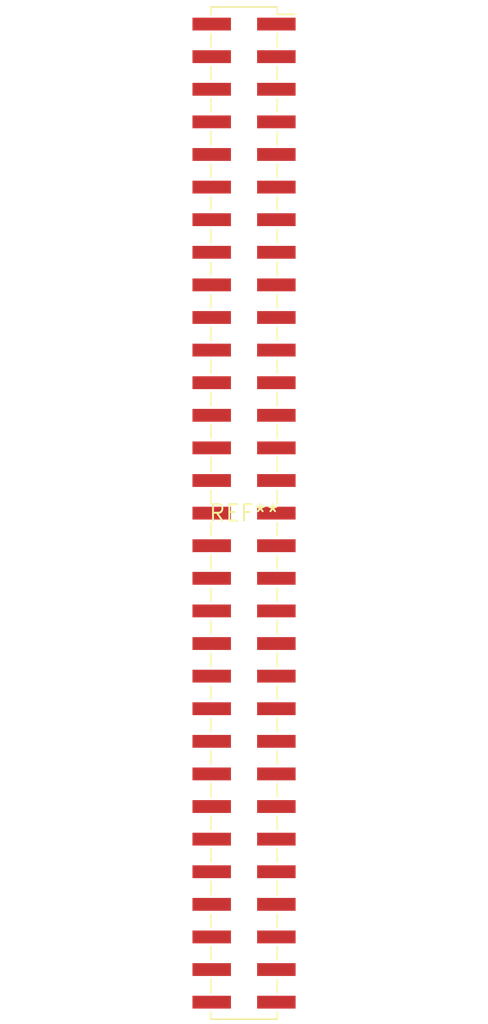
<source format=kicad_pcb>
(kicad_pcb (version 20240108) (generator pcbnew)
  (layers (0 "F.Cu" signal) (31 "B.Cu" signal) (34 "B.Paste" user) (35 "F.Paste" user) (36 "B.SilkS" user "B.Silkscreen") (37 "F.SilkS" user "F.Silkscreen") (38 "B.Mask" user) (39 "F.Mask" user) (44 "Edge.Cuts" user))
  (net 0 "")
  (footprint "PinSocket_2x31_P2.54mm_Vertical_SMD" (layer "F.Cu") (at 0 0)
    (property "Reference" "REF**")
    (property "Value" "PinSocket_2x31_P2.54mm_Vertical_SMD")
    (fp_line (start -2.6 -39.43) (end -2.6 -38.86) (layer "F.SilkS") (stroke (width 0.12)))
    (fp_line (start -2.6 -39.43) (end 2.6 -39.43) (layer "F.SilkS") (stroke (width 0.12)))
    (fp_line (start -2.6 -37.34) (end -2.6 -36.32) (layer "F.SilkS") (stroke (width 0.12)))
    (fp_line (start -2.6 -34.8) (end -2.6 -33.78) (layer "F.SilkS") (stroke (width 0.12)))
    (fp_line (start -2.6 -32.26) (end -2.6 -31.24) (layer "F.SilkS") (stroke (width 0.12)))
    (fp_line (start -2.6 -29.72) (end -2.6 -28.7) (layer "F.SilkS") (stroke (width 0.12)))
    (fp_line (start -2.6 -27.18) (end -2.6 -26.16) (layer "F.SilkS") (stroke (width 0.12)))
    (fp_line (start -2.6 -24.64) (end -2.6 -23.62) (layer "F.SilkS") (stroke (width 0.12)))
    (fp_line (start -2.6 -22.1) (end -2.6 -21.08) (layer "F.SilkS") (stroke (width 0.12)))
    (fp_line (start -2.6 -19.56) (end -2.6 -18.54) (layer "F.SilkS") (stroke (width 0.12)))
    (fp_line (start -2.6 -17.02) (end -2.6 -16) (layer "F.SilkS") (stroke (width 0.12)))
    (fp_line (start -2.6 -14.48) (end -2.6 -13.46) (layer "F.SilkS") (stroke (width 0.12)))
    (fp_line (start -2.6 -11.94) (end -2.6 -10.92) (layer "F.SilkS") (stroke (width 0.12)))
    (fp_line (start -2.6 -9.4) (end -2.6 -8.38) (layer "F.SilkS") (stroke (width 0.12)))
    (fp_line (start -2.6 -6.86) (end -2.6 -5.84) (layer "F.SilkS") (stroke (width 0.12)))
    (fp_line (start -2.6 -4.32) (end -2.6 -3.3) (layer "F.SilkS") (stroke (width 0.12)))
    (fp_line (start -2.6 -1.78) (end -2.6 -0.76) (layer "F.SilkS") (stroke (width 0.12)))
    (fp_line (start -2.6 0.76) (end -2.6 1.78) (layer "F.SilkS") (stroke (width 0.12)))
    (fp_line (start -2.6 3.3) (end -2.6 4.32) (layer "F.SilkS") (stroke (width 0.12)))
    (fp_line (start -2.6 5.84) (end -2.6 6.86) (layer "F.SilkS") (stroke (width 0.12)))
    (fp_line (start -2.6 8.38) (end -2.6 9.4) (layer "F.SilkS") (stroke (width 0.12)))
    (fp_line (start -2.6 10.92) (end -2.6 11.94) (layer "F.SilkS") (stroke (width 0.12)))
    (fp_line (start -2.6 13.46) (end -2.6 14.48) (layer "F.SilkS") (stroke (width 0.12)))
    (fp_line (start -2.6 16) (end -2.6 17.02) (layer "F.SilkS") (stroke (width 0.12)))
    (fp_line (start -2.6 18.54) (end -2.6 19.56) (layer "F.SilkS") (stroke (width 0.12)))
    (fp_line (start -2.6 21.08) (end -2.6 22.1) (layer "F.SilkS") (stroke (width 0.12)))
    (fp_line (start -2.6 23.62) (end -2.6 24.64) (layer "F.SilkS") (stroke (width 0.12)))
    (fp_line (start -2.6 26.16) (end -2.6 27.18) (layer "F.SilkS") (stroke (width 0.12)))
    (fp_line (start -2.6 28.7) (end -2.6 29.72) (layer "F.SilkS") (stroke (width 0.12)))
    (fp_line (start -2.6 31.24) (end -2.6 32.26) (layer "F.SilkS") (stroke (width 0.12)))
    (fp_line (start -2.6 33.78) (end -2.6 34.8) (layer "F.SilkS") (stroke (width 0.12)))
    (fp_line (start -2.6 36.32) (end -2.6 37.34) (layer "F.SilkS") (stroke (width 0.12)))
    (fp_line (start -2.6 38.86) (end -2.6 39.43) (layer "F.SilkS") (stroke (width 0.12)))
    (fp_line (start -2.6 39.43) (end 2.6 39.43) (layer "F.SilkS") (stroke (width 0.12)))
    (fp_line (start 2.6 -39.43) (end 2.6 -38.86) (layer "F.SilkS") (stroke (width 0.12)))
    (fp_line (start 2.6 -38.86) (end 3.96 -38.86) (layer "F.SilkS") (stroke (width 0.12)))
    (fp_line (start 2.6 -37.34) (end 2.6 -36.32) (layer "F.SilkS") (stroke (width 0.12)))
    (fp_line (start 2.6 -34.8) (end 2.6 -33.78) (layer "F.SilkS") (stroke (width 0.12)))
    (fp_line (start 2.6 -32.26) (end 2.6 -31.24) (layer "F.SilkS") (stroke (width 0.12)))
    (fp_line (start 2.6 -29.72) (end 2.6 -28.7) (layer "F.SilkS") (stroke (width 0.12)))
    (fp_line (start 2.6 -27.18) (end 2.6 -26.16) (layer "F.SilkS") (stroke (width 0.12)))
    (fp_line (start 2.6 -24.64) (end 2.6 -23.62) (layer "F.SilkS") (stroke (width 0.12)))
    (fp_line (start 2.6 -22.1) (end 2.6 -21.08) (layer "F.SilkS") (stroke (width 0.12)))
    (fp_line (start 2.6 -19.56) (end 2.6 -18.54) (layer "F.SilkS") (stroke (width 0.12)))
    (fp_line (start 2.6 -17.02) (end 2.6 -16) (layer "F.SilkS") (stroke (width 0.12)))
    (fp_line (start 2.6 -14.48) (end 2.6 -13.46) (layer "F.SilkS") (stroke (width 0.12)))
    (fp_line (start 2.6 -11.94) (end 2.6 -10.92) (layer "F.SilkS") (stroke (width 0.12)))
    (fp_line (start 2.6 -9.4) (end 2.6 -8.38) (layer "F.SilkS") (stroke (width 0.12)))
    (fp_line (start 2.6 -6.86) (end 2.6 -5.84) (layer "F.SilkS") (stroke (width 0.12)))
    (fp_line (start 2.6 -4.32) (end 2.6 -3.3) (layer "F.SilkS") (stroke (width 0.12)))
    (fp_line (start 2.6 -1.78) (end 2.6 -0.76) (layer "F.SilkS") (stroke (width 0.12)))
    (fp_line (start 2.6 0.76) (end 2.6 1.78) (layer "F.SilkS") (stroke (width 0.12)))
    (fp_line (start 2.6 3.3) (end 2.6 4.32) (layer "F.SilkS") (stroke (width 0.12)))
    (fp_line (start 2.6 5.84) (end 2.6 6.86) (layer "F.SilkS") (stroke (width 0.12)))
    (fp_line (start 2.6 8.38) (end 2.6 9.4) (layer "F.SilkS") (stroke (width 0.12)))
    (fp_line (start 2.6 10.92) (end 2.6 11.94) (layer "F.SilkS") (stroke (width 0.12)))
    (fp_line (start 2.6 13.46) (end 2.6 14.48) (layer "F.SilkS") (stroke (width 0.12)))
    (fp_line (start 2.6 16) (end 2.6 17.02) (layer "F.SilkS") (stroke (width 0.12)))
    (fp_line (start 2.6 18.54) (end 2.6 19.56) (layer "F.SilkS") (stroke (width 0.12)))
    (fp_line (start 2.6 21.08) (end 2.6 22.1) (layer "F.SilkS") (stroke (width 0.12)))
    (fp_line (start 2.6 23.62) (end 2.6 24.64) (layer "F.SilkS") (stroke (width 0.12)))
    (fp_line (start 2.6 26.16) (end 2.6 27.18) (layer "F.SilkS") (stroke (width 0.12)))
    (fp_line (start 2.6 28.7) (end 2.6 29.72) (layer "F.SilkS") (stroke (width 0.12)))
    (fp_line (start 2.6 31.24) (end 2.6 32.26) (layer "F.SilkS") (stroke (width 0.12)))
    (fp_line (start 2.6 33.78) (end 2.6 34.8) (layer "F.SilkS") (stroke (width 0.12)))
    (fp_line (start 2.6 36.32) (end 2.6 37.34) (layer "F.SilkS") (stroke (width 0.12)))
    (fp_line (start 2.6 38.86) (end 2.6 39.43) (layer "F.SilkS") (stroke (width 0.12)))
    (pad "1" smd rect (at 2.52 -38.1) (size 3 1) (layers "F.Cu" "F.Paste" "F.Mask"))
    (pad "2" smd rect (at -2.52 -38.1) (size 3 1) (layers "F.Cu" "F.Paste" "F.Mask"))
    (pad "3" smd rect (at 2.52 -35.56) (size 3 1) (layers "F.Cu" "F.Paste" "F.Mask"))
    (pad "4" smd rect (at -2.52 -35.56) (size 3 1) (layers "F.Cu" "F.Paste" "F.Mask"))
    (pad "5" smd rect (at 2.52 -33.02) (size 3 1) (layers "F.Cu" "F.Paste" "F.Mask"))
    (pad "6" smd rect (at -2.52 -33.02) (size 3 1) (layers "F.Cu" "F.Paste" "F.Mask"))
    (pad "7" smd rect (at 2.52 -30.48) (size 3 1) (layers "F.Cu" "F.Paste" "F.Mask"))
    (pad "8" smd rect (at -2.52 -30.48) (size 3 1) (layers "F.Cu" "F.Paste" "F.Mask"))
    (pad "9" smd rect (at 2.52 -27.94) (size 3 1) (layers "F.Cu" "F.Paste" "F.Mask"))
    (pad "10" smd rect (at -2.52 -27.94) (size 3 1) (layers "F.Cu" "F.Paste" "F.Mask"))
    (pad "11" smd rect (at 2.52 -25.4) (size 3 1) (layers "F.Cu" "F.Paste" "F.Mask"))
    (pad "12" smd rect (at -2.52 -25.4) (size 3 1) (layers "F.Cu" "F.Paste" "F.Mask"))
    (pad "13" smd rect (at 2.52 -22.86) (size 3 1) (layers "F.Cu" "F.Paste" "F.Mask"))
    (pad "14" smd rect (at -2.52 -22.86) (size 3 1) (layers "F.Cu" "F.Paste" "F.Mask"))
    (pad "15" smd rect (at 2.52 -20.32) (size 3 1) (layers "F.Cu" "F.Paste" "F.Mask"))
    (pad "16" smd rect (at -2.52 -20.32) (size 3 1) (layers "F.Cu" "F.Paste" "F.Mask"))
    (pad "17" smd rect (at 2.52 -17.78) (size 3 1) (layers "F.Cu" "F.Paste" "F.Mask"))
    (pad "18" smd rect (at -2.52 -17.78) (size 3 1) (layers "F.Cu" "F.Paste" "F.Mask"))
    (pad "19" smd rect (at 2.52 -15.24) (size 3 1) (layers "F.Cu" "F.Paste" "F.Mask"))
    (pad "20" smd rect (at -2.52 -15.24) (size 3 1) (layers "F.Cu" "F.Paste" "F.Mask"))
    (pad "21" smd rect (at 2.52 -12.7) (size 3 1) (layers "F.Cu" "F.Paste" "F.Mask"))
    (pad "22" smd rect (at -2.52 -12.7) (size 3 1) (layers "F.Cu" "F.Paste" "F.Mask"))
    (pad "23" smd rect (at 2.52 -10.16) (size 3 1) (layers "F.Cu" "F.Paste" "F.Mask"))
    (pad "24" smd rect (at -2.52 -10.16) (size 3 1) (layers "F.Cu" "F.Paste" "F.Mask"))
    (pad "25" smd rect (at 2.52 -7.62) (size 3 1) (layers "F.Cu" "F.Paste" "F.Mask"))
    (pad "26" smd rect (at -2.52 -7.62) (size 3 1) (layers "F.Cu" "F.Paste" "F.Mask"))
    (pad "27" smd rect (at 2.52 -5.08) (size 3 1) (layers "F.Cu" "F.Paste" "F.Mask"))
    (pad "28" smd rect (at -2.52 -5.08) (size 3 1) (layers "F.Cu" "F.Paste" "F.Mask"))
    (pad "29" smd rect (at 2.52 -2.54) (size 3 1) (layers "F.Cu" "F.Paste" "F.Mask"))
    (pad "30" smd rect (at -2.52 -2.54) (size 3 1) (layers "F.Cu" "F.Paste" "F.Mask"))
    (pad "31" smd rect (at 2.52 0) (size 3 1) (layers "F.Cu" "F.Paste" "F.Mask"))
    (pad "32" smd rect (at -2.52 0) (size 3 1) (layers "F.Cu" "F.Paste" "F.Mask"))
    (pad "33" smd rect (at 2.52 2.54) (size 3 1) (layers "F.Cu" "F.Paste" "F.Mask"))
    (pad "34" smd rect (at -2.52 2.54) (size 3 1) (layers "F.Cu" "F.Paste" "F.Mask"))
    (pad "35" smd rect (at 2.52 5.08) (size 3 1) (layers "F.Cu" "F.Paste" "F.Mask"))
    (pad "36" smd rect (at -2.52 5.08) (size 3 1) (layers "F.Cu" "F.Paste" "F.Mask"))
    (pad "37" smd rect (at 2.52 7.62) (size 3 1) (layers "F.Cu" "F.Paste" "F.Mask"))
    (pad "38" smd rect (at -2.52 7.62) (size 3 1) (layers "F.Cu" "F.Paste" "F.Mask"))
    (pad "39" smd rect (at 2.52 10.16) (size 3 1) (layers "F.Cu" "F.Paste" "F.Mask"))
    (pad "40" smd rect (at -2.52 10.16) (size 3 1) (layers "F.Cu" "F.Paste" "F.Mask"))
    (pad "41" smd rect (at 2.52 12.7) (size 3 1) (layers "F.Cu" "F.Paste" "F.Mask"))
    (pad "42" smd rect (at -2.52 12.7) (size 3 1) (layers "F.Cu" "F.Paste" "F.Mask"))
    (pad "43" smd rect (at 2.52 15.24) (size 3 1) (layers "F.Cu" "F.Paste" "F.Mask"))
    (pad "44" smd rect (at -2.52 15.24) (size 3 1) (layers "F.Cu" "F.Paste" "F.Mask"))
    (pad "45" smd rect (at 2.52 17.78) (size 3 1) (layers "F.Cu" "F.Paste" "F.Mask"))
    (pad "46" smd rect (at -2.52 17.78) (size 3 1) (layers "F.Cu" "F.Paste" "F.Mask"))
    (pad "47" smd rect (at 2.52 20.32) (size 3 1) (layers "F.Cu" "F.Paste" "F.Mask"))
    (pad "48" smd rect (at -2.52 20.32) (size 3 1) (layers "F.Cu" "F.Paste" "F.Mask"))
    (pad "49" smd rect (at 2.52 22.86) (size 3 1) (layers "F.Cu" "F.Paste" "F.Mask"))
    (pad "50" smd rect (at -2.52 22.86) (size 3 1) (layers "F.Cu" "F.Paste" "F.Mask"))
    (pad "51" smd rect (at 2.52 25.4) (size 3 1) (layers "F.Cu" "F.Paste" "F.Mask"))
    (pad "52" smd rect (at -2.52 25.4) (size 3 1) (layers "F.Cu" "F.Paste" "F.Mask"))
    (pad "53" smd rect (at 2.52 27.94) (size 3 1) (layers "F.Cu" "F.Paste" "F.Mask"))
    (pad "54" smd rect (at -2.52 27.94) (size 3 1) (layers "F.Cu" "F.Paste" "F.Mask"))
    (pad "55" smd rect (at 2.52 30.48) (size 3 1) (layers "F.Cu" "F.Paste" "F.Mask"))
    (pad "56" smd rect (at -2.52 30.48) (size 3 1) (layers "F.Cu" "F.Paste" "F.Mask"))
    (pad "57" smd rect (at 2.52 33.02) (size 3 1) (layers "F.Cu" "F.Paste" "F.Mask"))
    (pad "58" smd rect (at -2.52 33.02) (size 3 1) (layers "F.Cu" "F.Paste" "F.Mask"))
    (pad "59" smd rect (at 2.52 35.56) (size 3 1) (layers "F.Cu" "F.Paste" "F.Mask"))
    (pad "60" smd rect (at -2.52 35.56) (size 3 1) (layers "F.Cu" "F.Paste" "F.Mask"))
    (pad "61" smd rect (at 2.52 38.1) (size 3 1) (layers "F.Cu" "F.Paste" "F.Mask"))
    (pad "62" smd rect (at -2.52 38.1) (size 3 1) (layers "F.Cu" "F.Paste" "F.Mask"))
  )
)
</source>
